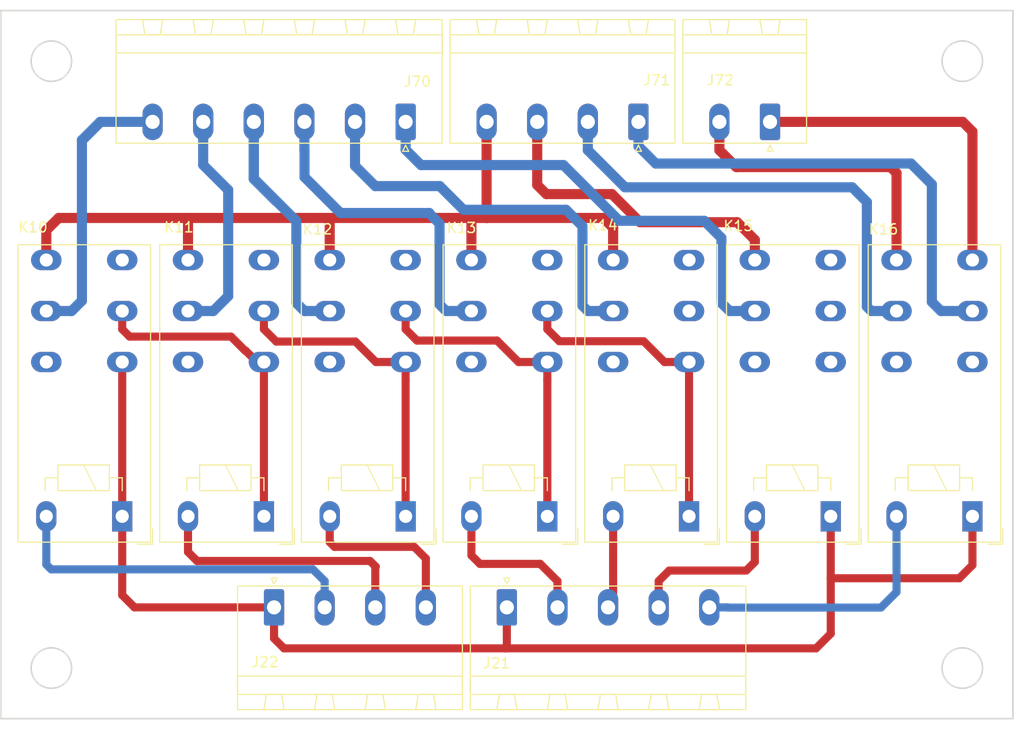
<source format=kicad_pcb>
(kicad_pcb (version 20171130) (host pcbnew "(5.1.5)-3")

  (general
    (thickness 1.6)
    (drawings 8)
    (tracks 181)
    (zones 0)
    (modules 12)
    (nets 42)
  )

  (page A4)
  (layers
    (0 F.Cu signal)
    (31 B.Cu signal)
    (32 B.Adhes user)
    (33 F.Adhes user)
    (34 B.Paste user)
    (35 F.Paste user)
    (36 B.SilkS user)
    (37 F.SilkS user)
    (38 B.Mask user)
    (39 F.Mask user)
    (40 Dwgs.User user)
    (41 Cmts.User user)
    (42 Eco1.User user)
    (43 Eco2.User user)
    (44 Edge.Cuts user)
    (45 Margin user)
    (46 B.CrtYd user)
    (47 F.CrtYd user)
    (48 B.Fab user)
    (49 F.Fab user)
  )

  (setup
    (last_trace_width 0.25)
    (trace_clearance 0.2)
    (zone_clearance 0.508)
    (zone_45_only no)
    (trace_min 0.2)
    (via_size 0.8)
    (via_drill 0.4)
    (via_min_size 0.4)
    (via_min_drill 0.3)
    (uvia_size 0.3)
    (uvia_drill 0.1)
    (uvias_allowed no)
    (uvia_min_size 0.2)
    (uvia_min_drill 0.1)
    (edge_width 0.1)
    (segment_width 0.2)
    (pcb_text_width 0.3)
    (pcb_text_size 1.5 1.5)
    (mod_edge_width 0.15)
    (mod_text_size 1 1)
    (mod_text_width 0.15)
    (pad_size 1.524 1.524)
    (pad_drill 0.762)
    (pad_to_mask_clearance 0)
    (aux_axis_origin 0 0)
    (visible_elements FFFFFF7F)
    (pcbplotparams
      (layerselection 0x010fc_ffffffff)
      (usegerberextensions false)
      (usegerberattributes false)
      (usegerberadvancedattributes false)
      (creategerberjobfile false)
      (excludeedgelayer true)
      (linewidth 0.100000)
      (plotframeref false)
      (viasonmask false)
      (mode 1)
      (useauxorigin false)
      (hpglpennumber 1)
      (hpglpenspeed 20)
      (hpglpendiameter 15.000000)
      (psnegative false)
      (psa4output false)
      (plotreference true)
      (plotvalue true)
      (plotinvisibletext false)
      (padsonsilk false)
      (subtractmaskfromsilk false)
      (outputformat 1)
      (mirror false)
      (drillshape 1)
      (scaleselection 1)
      (outputdirectory ""))
  )

  (net 0 "")
  (net 1 /C_CK6)
  (net 2 /C_CK5)
  (net 3 /C_CK4)
  (net 4 /C_CK3)
  (net 5 /+VRLY)
  (net 6 /C_CK0)
  (net 7 /C_CK1)
  (net 8 /C_CK2)
  (net 9 /AC_N)
  (net 10 /AC220V)
  (net 11 /AC110V)
  (net 12 /AC36V)
  (net 13 /AC24V)
  (net 14 /AC12V)
  (net 15 /N_FK)
  (net 16 /L_FK)
  (net 17 /N_OUT)
  (net 18 /L_OUT)
  (net 19 /N_ACT)
  (net 20 /L_ACT)
  (net 21 /K11CV)
  (net 22 "Net-(K10-Pad22)")
  (net 23 "Net-(K10-Pad14)")
  (net 24 "Net-(K11-Pad14)")
  (net 25 "Net-(K11-Pad22)")
  (net 26 /K12CV)
  (net 27 /K13CV)
  (net 28 "Net-(K12-Pad22)")
  (net 29 "Net-(K12-Pad14)")
  (net 30 "Net-(K13-Pad14)")
  (net 31 "Net-(K13-Pad22)")
  (net 32 /K14CV)
  (net 33 "Net-(K14-Pad11)")
  (net 34 "Net-(K14-Pad22)")
  (net 35 "Net-(K14-Pad14)")
  (net 36 "Net-(K15-Pad14)")
  (net 37 "Net-(K15-Pad12)")
  (net 38 "Net-(K15-Pad22)")
  (net 39 "Net-(K15-Pad11)")
  (net 40 "Net-(K16-Pad12)")
  (net 41 "Net-(K16-Pad22)")

  (net_class Default "This is the default net class."
    (clearance 0.2)
    (trace_width 0.25)
    (via_dia 0.8)
    (via_drill 0.4)
    (uvia_dia 0.3)
    (uvia_drill 0.1)
    (add_net /+VRLY)
    (add_net /AC110V)
    (add_net /AC12V)
    (add_net /AC220V)
    (add_net /AC24V)
    (add_net /AC36V)
    (add_net /AC_N)
    (add_net /C_CK0)
    (add_net /C_CK1)
    (add_net /C_CK2)
    (add_net /C_CK3)
    (add_net /C_CK4)
    (add_net /C_CK5)
    (add_net /C_CK6)
    (add_net /K11CV)
    (add_net /K12CV)
    (add_net /K13CV)
    (add_net /K14CV)
    (add_net /L_ACT)
    (add_net /L_FK)
    (add_net /L_OUT)
    (add_net /N_ACT)
    (add_net /N_FK)
    (add_net /N_OUT)
    (add_net "Net-(K10-Pad14)")
    (add_net "Net-(K10-Pad22)")
    (add_net "Net-(K11-Pad14)")
    (add_net "Net-(K11-Pad22)")
    (add_net "Net-(K12-Pad14)")
    (add_net "Net-(K12-Pad22)")
    (add_net "Net-(K13-Pad14)")
    (add_net "Net-(K13-Pad22)")
    (add_net "Net-(K14-Pad11)")
    (add_net "Net-(K14-Pad14)")
    (add_net "Net-(K14-Pad22)")
    (add_net "Net-(K15-Pad11)")
    (add_net "Net-(K15-Pad12)")
    (add_net "Net-(K15-Pad14)")
    (add_net "Net-(K15-Pad22)")
    (add_net "Net-(K16-Pad12)")
    (add_net "Net-(K16-Pad22)")
  )

  (module kicad_footprint_general:PhoenixContact_MSTBA_2,5_5-G_1x05_P5.00mm_Horizontal (layer F.Cu) (tedit 5B785046) (tstamp 5EC63DDD)
    (at 100 139)
    (descr "Generic Phoenix Contact connector footprint for: MSTBA_2,5/5-G; number of pins: 05; pin pitch: 5.00mm; Angled || order number: 1757501 12A || order number: 1923788 16A (HC)")
    (tags "phoenix_contact connector MSTBA_01x05_G_5.00mm")
    (path /626713F3)
    (fp_text reference J21 (at -1.01 5.52) (layer F.SilkS)
      (effects (font (size 1 1) (thickness 0.15)))
    )
    (fp_text value relay (at 10 11.2) (layer F.Fab)
      (effects (font (size 1 1) (thickness 0.15)))
    )
    (fp_text user %R (at 10 -1.3) (layer F.Fab)
      (effects (font (size 1 1) (thickness 0.15)))
    )
    (fp_line (start 0 -0.5) (end -0.95 -2) (layer F.Fab) (width 0.1))
    (fp_line (start 0.95 -2) (end 0 -0.5) (layer F.Fab) (width 0.1))
    (fp_line (start -0.3 -2.91) (end 0.3 -2.91) (layer F.SilkS) (width 0.12))
    (fp_line (start 0 -2.31) (end -0.3 -2.91) (layer F.SilkS) (width 0.12))
    (fp_line (start 0.3 -2.91) (end 0 -2.31) (layer F.SilkS) (width 0.12))
    (fp_line (start 24 -2.5) (end -4 -2.5) (layer F.CrtYd) (width 0.05))
    (fp_line (start 24 10.5) (end 24 -2.5) (layer F.CrtYd) (width 0.05))
    (fp_line (start -4 10.5) (end 24 10.5) (layer F.CrtYd) (width 0.05))
    (fp_line (start -4 -2.5) (end -4 10.5) (layer F.CrtYd) (width 0.05))
    (fp_line (start 19.25 8.61) (end 19 10.11) (layer F.SilkS) (width 0.12))
    (fp_line (start 20.75 8.61) (end 19.25 8.61) (layer F.SilkS) (width 0.12))
    (fp_line (start 21 10.11) (end 20.75 8.61) (layer F.SilkS) (width 0.12))
    (fp_line (start 19 10.11) (end 21 10.11) (layer F.SilkS) (width 0.12))
    (fp_line (start 14.25 8.61) (end 14 10.11) (layer F.SilkS) (width 0.12))
    (fp_line (start 15.75 8.61) (end 14.25 8.61) (layer F.SilkS) (width 0.12))
    (fp_line (start 16 10.11) (end 15.75 8.61) (layer F.SilkS) (width 0.12))
    (fp_line (start 14 10.11) (end 16 10.11) (layer F.SilkS) (width 0.12))
    (fp_line (start 9.25 8.61) (end 9 10.11) (layer F.SilkS) (width 0.12))
    (fp_line (start 10.75 8.61) (end 9.25 8.61) (layer F.SilkS) (width 0.12))
    (fp_line (start 11 10.11) (end 10.75 8.61) (layer F.SilkS) (width 0.12))
    (fp_line (start 9 10.11) (end 11 10.11) (layer F.SilkS) (width 0.12))
    (fp_line (start 4.25 8.61) (end 4 10.11) (layer F.SilkS) (width 0.12))
    (fp_line (start 5.75 8.61) (end 4.25 8.61) (layer F.SilkS) (width 0.12))
    (fp_line (start 6 10.11) (end 5.75 8.61) (layer F.SilkS) (width 0.12))
    (fp_line (start 4 10.11) (end 6 10.11) (layer F.SilkS) (width 0.12))
    (fp_line (start -0.75 8.61) (end -1 10.11) (layer F.SilkS) (width 0.12))
    (fp_line (start 0.75 8.61) (end -0.75 8.61) (layer F.SilkS) (width 0.12))
    (fp_line (start 1 10.11) (end 0.75 8.61) (layer F.SilkS) (width 0.12))
    (fp_line (start -1 10.11) (end 1 10.11) (layer F.SilkS) (width 0.12))
    (fp_line (start 23.61 8.61) (end -3.61 8.61) (layer F.SilkS) (width 0.12))
    (fp_line (start 23.61 6.81) (end 23.61 8.61) (layer F.SilkS) (width 0.12))
    (fp_line (start -3.61 6.81) (end 23.61 6.81) (layer F.SilkS) (width 0.12))
    (fp_line (start -3.61 8.61) (end -3.61 6.81) (layer F.SilkS) (width 0.12))
    (fp_line (start 23.5 -2) (end -3.5 -2) (layer F.Fab) (width 0.1))
    (fp_line (start 23.5 10) (end 23.5 -2) (layer F.Fab) (width 0.1))
    (fp_line (start -3.5 10) (end 23.5 10) (layer F.Fab) (width 0.1))
    (fp_line (start -3.5 -2) (end -3.5 10) (layer F.Fab) (width 0.1))
    (fp_line (start 23.61 -2.11) (end -3.61 -2.11) (layer F.SilkS) (width 0.12))
    (fp_line (start 23.61 10.11) (end 23.61 -2.11) (layer F.SilkS) (width 0.12))
    (fp_line (start -3.61 10.11) (end 23.61 10.11) (layer F.SilkS) (width 0.12))
    (fp_line (start -3.61 -2.11) (end -3.61 10.11) (layer F.SilkS) (width 0.12))
    (pad 5 thru_hole oval (at 20 0) (size 2 3.6) (drill 1.4) (layers *.Cu *.Mask)
      (net 1 /C_CK6))
    (pad 4 thru_hole oval (at 15 0) (size 2 3.6) (drill 1.4) (layers *.Cu *.Mask)
      (net 2 /C_CK5))
    (pad 3 thru_hole oval (at 10 0) (size 2 3.6) (drill 1.4) (layers *.Cu *.Mask)
      (net 3 /C_CK4))
    (pad 2 thru_hole oval (at 5 0) (size 2 3.6) (drill 1.4) (layers *.Cu *.Mask)
      (net 4 /C_CK3))
    (pad 1 thru_hole roundrect (at 0 0) (size 2 3.6) (drill 1.4) (layers *.Cu *.Mask) (roundrect_rratio 0.125)
      (net 5 /+VRLY))
    (model ${KISYS3DMOD}/Connector_Phoenix_MSTB.3dshapes/PhoenixContact_MSTBA_2,5_5-G_1x05_P5.00mm_Horizontal.wrl
      (at (xyz 0 0 0))
      (scale (xyz 1 1 1))
      (rotate (xyz 0 0 0))
    )
  )

  (module kicad_footprint_general:PhoenixContact_MSTBA_2,5_4-G_1x04_P5.00mm_Horizontal (layer F.Cu) (tedit 5B785046) (tstamp 5EC63E0B)
    (at 77 139)
    (descr "Generic Phoenix Contact connector footprint for: MSTBA_2,5/4-G; number of pins: 04; pin pitch: 5.00mm; Angled || order number: 1757491 12A || order number: 1923775 16A (HC)")
    (tags "phoenix_contact connector MSTBA_01x04_G_5.00mm")
    (path /62671403)
    (fp_text reference J22 (at -0.9 5.41) (layer F.SilkS)
      (effects (font (size 1 1) (thickness 0.15)))
    )
    (fp_text value relay (at 7.5 11.2) (layer F.Fab)
      (effects (font (size 1 1) (thickness 0.15)))
    )
    (fp_line (start -3.61 -2.11) (end -3.61 10.11) (layer F.SilkS) (width 0.12))
    (fp_line (start -3.61 10.11) (end 18.61 10.11) (layer F.SilkS) (width 0.12))
    (fp_line (start 18.61 10.11) (end 18.61 -2.11) (layer F.SilkS) (width 0.12))
    (fp_line (start 18.61 -2.11) (end -3.61 -2.11) (layer F.SilkS) (width 0.12))
    (fp_line (start -3.5 -2) (end -3.5 10) (layer F.Fab) (width 0.1))
    (fp_line (start -3.5 10) (end 18.5 10) (layer F.Fab) (width 0.1))
    (fp_line (start 18.5 10) (end 18.5 -2) (layer F.Fab) (width 0.1))
    (fp_line (start 18.5 -2) (end -3.5 -2) (layer F.Fab) (width 0.1))
    (fp_line (start -3.61 8.61) (end -3.61 6.81) (layer F.SilkS) (width 0.12))
    (fp_line (start -3.61 6.81) (end 18.61 6.81) (layer F.SilkS) (width 0.12))
    (fp_line (start 18.61 6.81) (end 18.61 8.61) (layer F.SilkS) (width 0.12))
    (fp_line (start 18.61 8.61) (end -3.61 8.61) (layer F.SilkS) (width 0.12))
    (fp_line (start -1 10.11) (end 1 10.11) (layer F.SilkS) (width 0.12))
    (fp_line (start 1 10.11) (end 0.75 8.61) (layer F.SilkS) (width 0.12))
    (fp_line (start 0.75 8.61) (end -0.75 8.61) (layer F.SilkS) (width 0.12))
    (fp_line (start -0.75 8.61) (end -1 10.11) (layer F.SilkS) (width 0.12))
    (fp_line (start 4 10.11) (end 6 10.11) (layer F.SilkS) (width 0.12))
    (fp_line (start 6 10.11) (end 5.75 8.61) (layer F.SilkS) (width 0.12))
    (fp_line (start 5.75 8.61) (end 4.25 8.61) (layer F.SilkS) (width 0.12))
    (fp_line (start 4.25 8.61) (end 4 10.11) (layer F.SilkS) (width 0.12))
    (fp_line (start 9 10.11) (end 11 10.11) (layer F.SilkS) (width 0.12))
    (fp_line (start 11 10.11) (end 10.75 8.61) (layer F.SilkS) (width 0.12))
    (fp_line (start 10.75 8.61) (end 9.25 8.61) (layer F.SilkS) (width 0.12))
    (fp_line (start 9.25 8.61) (end 9 10.11) (layer F.SilkS) (width 0.12))
    (fp_line (start 14 10.11) (end 16 10.11) (layer F.SilkS) (width 0.12))
    (fp_line (start 16 10.11) (end 15.75 8.61) (layer F.SilkS) (width 0.12))
    (fp_line (start 15.75 8.61) (end 14.25 8.61) (layer F.SilkS) (width 0.12))
    (fp_line (start 14.25 8.61) (end 14 10.11) (layer F.SilkS) (width 0.12))
    (fp_line (start -4 -2.5) (end -4 10.5) (layer F.CrtYd) (width 0.05))
    (fp_line (start -4 10.5) (end 19 10.5) (layer F.CrtYd) (width 0.05))
    (fp_line (start 19 10.5) (end 19 -2.5) (layer F.CrtYd) (width 0.05))
    (fp_line (start 19 -2.5) (end -4 -2.5) (layer F.CrtYd) (width 0.05))
    (fp_line (start 0.3 -2.91) (end 0 -2.31) (layer F.SilkS) (width 0.12))
    (fp_line (start 0 -2.31) (end -0.3 -2.91) (layer F.SilkS) (width 0.12))
    (fp_line (start -0.3 -2.91) (end 0.3 -2.91) (layer F.SilkS) (width 0.12))
    (fp_line (start 0.95 -2) (end 0 -0.5) (layer F.Fab) (width 0.1))
    (fp_line (start 0 -0.5) (end -0.95 -2) (layer F.Fab) (width 0.1))
    (fp_text user %R (at 7.5 -1.3) (layer F.Fab)
      (effects (font (size 1 1) (thickness 0.15)))
    )
    (pad 1 thru_hole roundrect (at 0 0) (size 2 3.6) (drill 1.4) (layers *.Cu *.Mask) (roundrect_rratio 0.125)
      (net 5 /+VRLY))
    (pad 2 thru_hole oval (at 5 0) (size 2 3.6) (drill 1.4) (layers *.Cu *.Mask)
      (net 6 /C_CK0))
    (pad 3 thru_hole oval (at 10 0) (size 2 3.6) (drill 1.4) (layers *.Cu *.Mask)
      (net 7 /C_CK1))
    (pad 4 thru_hole oval (at 15 0) (size 2 3.6) (drill 1.4) (layers *.Cu *.Mask)
      (net 8 /C_CK2))
    (model ${KISYS3DMOD}/Connector_Phoenix_MSTB.3dshapes/PhoenixContact_MSTBA_2,5_4-G_1x04_P5.00mm_Horizontal.wrl
      (at (xyz 0 0 0))
      (scale (xyz 1 1 1))
      (rotate (xyz 0 0 0))
    )
  )

  (module kicad_footprint_general:PhoenixContact_MSTBA_2,5_6-G_1x06_P5.00mm_Horizontal (layer F.Cu) (tedit 5B785046) (tstamp 5EC63E43)
    (at 90 91 180)
    (descr "Generic Phoenix Contact connector footprint for: MSTBA_2,5/6-G; number of pins: 06; pin pitch: 5.00mm; Angled || order number: 1757514 12A || order number: 1923791 16A (HC)")
    (tags "phoenix_contact connector MSTBA_01x06_G_5.00mm")
    (path /5FB11F45)
    (fp_text reference J70 (at -1.16 3.98) (layer F.SilkS)
      (effects (font (size 1 1) (thickness 0.15)))
    )
    (fp_text value transformer (at 12.5 11.2) (layer F.Fab)
      (effects (font (size 1 1) (thickness 0.15)))
    )
    (fp_text user %R (at 12.5 -1.3) (layer F.Fab)
      (effects (font (size 1 1) (thickness 0.15)))
    )
    (fp_line (start 0 -0.5) (end -0.95 -2) (layer F.Fab) (width 0.1))
    (fp_line (start 0.95 -2) (end 0 -0.5) (layer F.Fab) (width 0.1))
    (fp_line (start -0.3 -2.91) (end 0.3 -2.91) (layer F.SilkS) (width 0.12))
    (fp_line (start 0 -2.31) (end -0.3 -2.91) (layer F.SilkS) (width 0.12))
    (fp_line (start 0.3 -2.91) (end 0 -2.31) (layer F.SilkS) (width 0.12))
    (fp_line (start 29 -2.5) (end -4 -2.5) (layer F.CrtYd) (width 0.05))
    (fp_line (start 29 10.5) (end 29 -2.5) (layer F.CrtYd) (width 0.05))
    (fp_line (start -4 10.5) (end 29 10.5) (layer F.CrtYd) (width 0.05))
    (fp_line (start -4 -2.5) (end -4 10.5) (layer F.CrtYd) (width 0.05))
    (fp_line (start 24.25 8.61) (end 24 10.11) (layer F.SilkS) (width 0.12))
    (fp_line (start 25.75 8.61) (end 24.25 8.61) (layer F.SilkS) (width 0.12))
    (fp_line (start 26 10.11) (end 25.75 8.61) (layer F.SilkS) (width 0.12))
    (fp_line (start 24 10.11) (end 26 10.11) (layer F.SilkS) (width 0.12))
    (fp_line (start 19.25 8.61) (end 19 10.11) (layer F.SilkS) (width 0.12))
    (fp_line (start 20.75 8.61) (end 19.25 8.61) (layer F.SilkS) (width 0.12))
    (fp_line (start 21 10.11) (end 20.75 8.61) (layer F.SilkS) (width 0.12))
    (fp_line (start 19 10.11) (end 21 10.11) (layer F.SilkS) (width 0.12))
    (fp_line (start 14.25 8.61) (end 14 10.11) (layer F.SilkS) (width 0.12))
    (fp_line (start 15.75 8.61) (end 14.25 8.61) (layer F.SilkS) (width 0.12))
    (fp_line (start 16 10.11) (end 15.75 8.61) (layer F.SilkS) (width 0.12))
    (fp_line (start 14 10.11) (end 16 10.11) (layer F.SilkS) (width 0.12))
    (fp_line (start 9.25 8.61) (end 9 10.11) (layer F.SilkS) (width 0.12))
    (fp_line (start 10.75 8.61) (end 9.25 8.61) (layer F.SilkS) (width 0.12))
    (fp_line (start 11 10.11) (end 10.75 8.61) (layer F.SilkS) (width 0.12))
    (fp_line (start 9 10.11) (end 11 10.11) (layer F.SilkS) (width 0.12))
    (fp_line (start 4.25 8.61) (end 4 10.11) (layer F.SilkS) (width 0.12))
    (fp_line (start 5.75 8.61) (end 4.25 8.61) (layer F.SilkS) (width 0.12))
    (fp_line (start 6 10.11) (end 5.75 8.61) (layer F.SilkS) (width 0.12))
    (fp_line (start 4 10.11) (end 6 10.11) (layer F.SilkS) (width 0.12))
    (fp_line (start -0.75 8.61) (end -1 10.11) (layer F.SilkS) (width 0.12))
    (fp_line (start 0.75 8.61) (end -0.75 8.61) (layer F.SilkS) (width 0.12))
    (fp_line (start 1 10.11) (end 0.75 8.61) (layer F.SilkS) (width 0.12))
    (fp_line (start -1 10.11) (end 1 10.11) (layer F.SilkS) (width 0.12))
    (fp_line (start 28.61 8.61) (end -3.61 8.61) (layer F.SilkS) (width 0.12))
    (fp_line (start 28.61 6.81) (end 28.61 8.61) (layer F.SilkS) (width 0.12))
    (fp_line (start -3.61 6.81) (end 28.61 6.81) (layer F.SilkS) (width 0.12))
    (fp_line (start -3.61 8.61) (end -3.61 6.81) (layer F.SilkS) (width 0.12))
    (fp_line (start 28.5 -2) (end -3.5 -2) (layer F.Fab) (width 0.1))
    (fp_line (start 28.5 10) (end 28.5 -2) (layer F.Fab) (width 0.1))
    (fp_line (start -3.5 10) (end 28.5 10) (layer F.Fab) (width 0.1))
    (fp_line (start -3.5 -2) (end -3.5 10) (layer F.Fab) (width 0.1))
    (fp_line (start 28.61 -2.11) (end -3.61 -2.11) (layer F.SilkS) (width 0.12))
    (fp_line (start 28.61 10.11) (end 28.61 -2.11) (layer F.SilkS) (width 0.12))
    (fp_line (start -3.61 10.11) (end 28.61 10.11) (layer F.SilkS) (width 0.12))
    (fp_line (start -3.61 -2.11) (end -3.61 10.11) (layer F.SilkS) (width 0.12))
    (pad 6 thru_hole oval (at 25 0 180) (size 2 3.6) (drill 1.4) (layers *.Cu *.Mask)
      (net 14 /AC12V))
    (pad 5 thru_hole oval (at 20 0 180) (size 2 3.6) (drill 1.4) (layers *.Cu *.Mask)
      (net 13 /AC24V))
    (pad 4 thru_hole oval (at 15 0 180) (size 2 3.6) (drill 1.4) (layers *.Cu *.Mask)
      (net 12 /AC36V))
    (pad 3 thru_hole oval (at 10 0 180) (size 2 3.6) (drill 1.4) (layers *.Cu *.Mask)
      (net 11 /AC110V))
    (pad 2 thru_hole oval (at 5 0 180) (size 2 3.6) (drill 1.4) (layers *.Cu *.Mask)
      (net 10 /AC220V))
    (pad 1 thru_hole roundrect (at 0 0 180) (size 2 3.6) (drill 1.4) (layers *.Cu *.Mask) (roundrect_rratio 0.125)
      (net 9 /AC_N))
    (model ${KISYS3DMOD}/Connector_Phoenix_MSTB.3dshapes/PhoenixContact_MSTBA_2,5_6-G_1x06_P5.00mm_Horizontal.wrl
      (at (xyz 0 0 0))
      (scale (xyz 1 1 1))
      (rotate (xyz 0 0 0))
    )
  )

  (module kicad_footprint_general:PhoenixContact_MSTBA_2,5_4-G_1x04_P5.00mm_Horizontal (layer F.Cu) (tedit 5B785046) (tstamp 5EC63E71)
    (at 113 91 180)
    (descr "Generic Phoenix Contact connector footprint for: MSTBA_2,5/4-G; number of pins: 04; pin pitch: 5.00mm; Angled || order number: 1757491 12A || order number: 1923775 16A (HC)")
    (tags "phoenix_contact connector MSTBA_01x04_G_5.00mm")
    (path /5EEE586E)
    (fp_text reference J71 (at -1.81 4.12) (layer F.SilkS)
      (effects (font (size 1 1) (thickness 0.15)))
    )
    (fp_text value PM9808_L (at 7.5 11.2) (layer F.Fab)
      (effects (font (size 1 1) (thickness 0.15)))
    )
    (fp_text user %R (at 7.5 -1.3) (layer F.Fab)
      (effects (font (size 1 1) (thickness 0.15)))
    )
    (fp_line (start 0 -0.5) (end -0.95 -2) (layer F.Fab) (width 0.1))
    (fp_line (start 0.95 -2) (end 0 -0.5) (layer F.Fab) (width 0.1))
    (fp_line (start -0.3 -2.91) (end 0.3 -2.91) (layer F.SilkS) (width 0.12))
    (fp_line (start 0 -2.31) (end -0.3 -2.91) (layer F.SilkS) (width 0.12))
    (fp_line (start 0.3 -2.91) (end 0 -2.31) (layer F.SilkS) (width 0.12))
    (fp_line (start 19 -2.5) (end -4 -2.5) (layer F.CrtYd) (width 0.05))
    (fp_line (start 19 10.5) (end 19 -2.5) (layer F.CrtYd) (width 0.05))
    (fp_line (start -4 10.5) (end 19 10.5) (layer F.CrtYd) (width 0.05))
    (fp_line (start -4 -2.5) (end -4 10.5) (layer F.CrtYd) (width 0.05))
    (fp_line (start 14.25 8.61) (end 14 10.11) (layer F.SilkS) (width 0.12))
    (fp_line (start 15.75 8.61) (end 14.25 8.61) (layer F.SilkS) (width 0.12))
    (fp_line (start 16 10.11) (end 15.75 8.61) (layer F.SilkS) (width 0.12))
    (fp_line (start 14 10.11) (end 16 10.11) (layer F.SilkS) (width 0.12))
    (fp_line (start 9.25 8.61) (end 9 10.11) (layer F.SilkS) (width 0.12))
    (fp_line (start 10.75 8.61) (end 9.25 8.61) (layer F.SilkS) (width 0.12))
    (fp_line (start 11 10.11) (end 10.75 8.61) (layer F.SilkS) (width 0.12))
    (fp_line (start 9 10.11) (end 11 10.11) (layer F.SilkS) (width 0.12))
    (fp_line (start 4.25 8.61) (end 4 10.11) (layer F.SilkS) (width 0.12))
    (fp_line (start 5.75 8.61) (end 4.25 8.61) (layer F.SilkS) (width 0.12))
    (fp_line (start 6 10.11) (end 5.75 8.61) (layer F.SilkS) (width 0.12))
    (fp_line (start 4 10.11) (end 6 10.11) (layer F.SilkS) (width 0.12))
    (fp_line (start -0.75 8.61) (end -1 10.11) (layer F.SilkS) (width 0.12))
    (fp_line (start 0.75 8.61) (end -0.75 8.61) (layer F.SilkS) (width 0.12))
    (fp_line (start 1 10.11) (end 0.75 8.61) (layer F.SilkS) (width 0.12))
    (fp_line (start -1 10.11) (end 1 10.11) (layer F.SilkS) (width 0.12))
    (fp_line (start 18.61 8.61) (end -3.61 8.61) (layer F.SilkS) (width 0.12))
    (fp_line (start 18.61 6.81) (end 18.61 8.61) (layer F.SilkS) (width 0.12))
    (fp_line (start -3.61 6.81) (end 18.61 6.81) (layer F.SilkS) (width 0.12))
    (fp_line (start -3.61 8.61) (end -3.61 6.81) (layer F.SilkS) (width 0.12))
    (fp_line (start 18.5 -2) (end -3.5 -2) (layer F.Fab) (width 0.1))
    (fp_line (start 18.5 10) (end 18.5 -2) (layer F.Fab) (width 0.1))
    (fp_line (start -3.5 10) (end 18.5 10) (layer F.Fab) (width 0.1))
    (fp_line (start -3.5 -2) (end -3.5 10) (layer F.Fab) (width 0.1))
    (fp_line (start 18.61 -2.11) (end -3.61 -2.11) (layer F.SilkS) (width 0.12))
    (fp_line (start 18.61 10.11) (end 18.61 -2.11) (layer F.SilkS) (width 0.12))
    (fp_line (start -3.61 10.11) (end 18.61 10.11) (layer F.SilkS) (width 0.12))
    (fp_line (start -3.61 -2.11) (end -3.61 10.11) (layer F.SilkS) (width 0.12))
    (pad 4 thru_hole oval (at 15 0 180) (size 2 3.6) (drill 1.4) (layers *.Cu *.Mask)
      (net 18 /L_OUT))
    (pad 3 thru_hole oval (at 10 0 180) (size 2 3.6) (drill 1.4) (layers *.Cu *.Mask)
      (net 17 /N_OUT))
    (pad 2 thru_hole oval (at 5 0 180) (size 2 3.6) (drill 1.4) (layers *.Cu *.Mask)
      (net 16 /L_FK))
    (pad 1 thru_hole roundrect (at 0 0 180) (size 2 3.6) (drill 1.4) (layers *.Cu *.Mask) (roundrect_rratio 0.125)
      (net 15 /N_FK))
    (model ${KISYS3DMOD}/Connector_Phoenix_MSTB.3dshapes/PhoenixContact_MSTBA_2,5_4-G_1x04_P5.00mm_Horizontal.wrl
      (at (xyz 0 0 0))
      (scale (xyz 1 1 1))
      (rotate (xyz 0 0 0))
    )
  )

  (module kicad_footprint_general:PhoenixContact_MSTBA_2,5_2-G_1x02_P5.00mm_Horizontal (layer F.Cu) (tedit 5B785046) (tstamp 5EC63E95)
    (at 126 91 180)
    (descr "Generic Phoenix Contact connector footprint for: MSTBA_2,5/2-G; number of pins: 02; pin pitch: 5.00mm; Angled || order number: 1757475 12A || order number: 1923759 16A (HC)")
    (tags "phoenix_contact connector MSTBA_01x02_G_5.00mm")
    (path /5EF2C114)
    (fp_text reference J72 (at 4.93 4.12) (layer F.SilkS)
      (effects (font (size 1 1) (thickness 0.15)))
    )
    (fp_text value actuator (at 2.5 11.2) (layer F.Fab)
      (effects (font (size 1 1) (thickness 0.15)))
    )
    (fp_text user %R (at 2.5 -1.3) (layer F.Fab)
      (effects (font (size 1 1) (thickness 0.15)))
    )
    (fp_line (start 0 -0.5) (end -0.95 -2) (layer F.Fab) (width 0.1))
    (fp_line (start 0.95 -2) (end 0 -0.5) (layer F.Fab) (width 0.1))
    (fp_line (start -0.3 -2.91) (end 0.3 -2.91) (layer F.SilkS) (width 0.12))
    (fp_line (start 0 -2.31) (end -0.3 -2.91) (layer F.SilkS) (width 0.12))
    (fp_line (start 0.3 -2.91) (end 0 -2.31) (layer F.SilkS) (width 0.12))
    (fp_line (start 9 -2.5) (end -4 -2.5) (layer F.CrtYd) (width 0.05))
    (fp_line (start 9 10.5) (end 9 -2.5) (layer F.CrtYd) (width 0.05))
    (fp_line (start -4 10.5) (end 9 10.5) (layer F.CrtYd) (width 0.05))
    (fp_line (start -4 -2.5) (end -4 10.5) (layer F.CrtYd) (width 0.05))
    (fp_line (start 4.25 8.61) (end 4 10.11) (layer F.SilkS) (width 0.12))
    (fp_line (start 5.75 8.61) (end 4.25 8.61) (layer F.SilkS) (width 0.12))
    (fp_line (start 6 10.11) (end 5.75 8.61) (layer F.SilkS) (width 0.12))
    (fp_line (start 4 10.11) (end 6 10.11) (layer F.SilkS) (width 0.12))
    (fp_line (start -0.75 8.61) (end -1 10.11) (layer F.SilkS) (width 0.12))
    (fp_line (start 0.75 8.61) (end -0.75 8.61) (layer F.SilkS) (width 0.12))
    (fp_line (start 1 10.11) (end 0.75 8.61) (layer F.SilkS) (width 0.12))
    (fp_line (start -1 10.11) (end 1 10.11) (layer F.SilkS) (width 0.12))
    (fp_line (start 8.61 8.61) (end -3.61 8.61) (layer F.SilkS) (width 0.12))
    (fp_line (start 8.61 6.81) (end 8.61 8.61) (layer F.SilkS) (width 0.12))
    (fp_line (start -3.61 6.81) (end 8.61 6.81) (layer F.SilkS) (width 0.12))
    (fp_line (start -3.61 8.61) (end -3.61 6.81) (layer F.SilkS) (width 0.12))
    (fp_line (start 8.5 -2) (end -3.5 -2) (layer F.Fab) (width 0.1))
    (fp_line (start 8.5 10) (end 8.5 -2) (layer F.Fab) (width 0.1))
    (fp_line (start -3.5 10) (end 8.5 10) (layer F.Fab) (width 0.1))
    (fp_line (start -3.5 -2) (end -3.5 10) (layer F.Fab) (width 0.1))
    (fp_line (start 8.61 -2.11) (end -3.61 -2.11) (layer F.SilkS) (width 0.12))
    (fp_line (start 8.61 10.11) (end 8.61 -2.11) (layer F.SilkS) (width 0.12))
    (fp_line (start -3.61 10.11) (end 8.61 10.11) (layer F.SilkS) (width 0.12))
    (fp_line (start -3.61 -2.11) (end -3.61 10.11) (layer F.SilkS) (width 0.12))
    (pad 2 thru_hole oval (at 5 0 180) (size 2 3.6) (drill 1.4) (layers *.Cu *.Mask)
      (net 20 /L_ACT))
    (pad 1 thru_hole roundrect (at 0 0 180) (size 2 3.6) (drill 1.4) (layers *.Cu *.Mask) (roundrect_rratio 0.125)
      (net 19 /N_ACT))
    (model ${KISYS3DMOD}/Connector_Phoenix_MSTB.3dshapes/PhoenixContact_MSTBA_2,5_2-G_1x02_P5.00mm_Horizontal.wrl
      (at (xyz 0 0 0))
      (scale (xyz 1 1 1))
      (rotate (xyz 0 0 0))
    )
  )

  (module kicad_footprint_general:Relay_DPDT_Schrack-RT2-FormC_RM5mm (layer F.Cu) (tedit 5EC2475C) (tstamp 5EC63EBC)
    (at 62 130 90)
    (descr "Relay DPDT Schrack-RT2 RM5mm 16A 250V AC Form C http://www.te.com/commerce/DocumentDelivery/DDEController?Action=srchrtrv&DocNm=RT2_reflow&DocType=DS&DocLang=EN")
    (tags "Relay DPDT Schrack-RT2 RM5mm 16A 250V AC Relay")
    (path /5F3B5F45)
    (fp_text reference K10 (at 28.58 -8.82 180) (layer F.SilkS)
      (effects (font (size 1 1) (thickness 0.15)))
    )
    (fp_text value HF115-005-2ZS4 (at 12.192 4.25 90) (layer F.Fab)
      (effects (font (size 1 1) (thickness 0.15)))
    )
    (fp_line (start -2.75 3) (end -1.25 3) (layer F.SilkS) (width 0.12))
    (fp_line (start -2.75 1.5) (end -2.75 3) (layer F.SilkS) (width 0.12))
    (fp_line (start -2.35 1.6) (end -1.35 2.6) (layer F.Fab) (width 0.1))
    (fp_line (start 26.65 2.6) (end 26.65 -10.1) (layer F.Fab) (width 0.1))
    (fp_line (start 26.65 -10.1) (end -2.35 -10.1) (layer F.Fab) (width 0.1))
    (fp_line (start -2.35 -10.1) (end -2.35 1.6) (layer F.Fab) (width 0.1))
    (fp_text user %R (at 12.065 -3.81 270) (layer F.Fab)
      (effects (font (size 1 1) (thickness 0.15)))
    )
    (fp_line (start 27.1 3.05) (end 27.1 -10.55) (layer F.CrtYd) (width 0.05))
    (fp_line (start -2.8 3.05) (end 27.1 3.05) (layer F.CrtYd) (width 0.05))
    (fp_line (start -2.8 -10.55) (end -2.8 3.05) (layer F.CrtYd) (width 0.05))
    (fp_line (start 27.1 -10.55) (end -2.8 -10.55) (layer F.CrtYd) (width 0.05))
    (fp_line (start 3.81 -6.35) (end 3.81 -7.62) (layer F.SilkS) (width 0.12))
    (fp_line (start 3.81 -7.62) (end 2.54 -7.62) (layer F.SilkS) (width 0.12))
    (fp_line (start 2.54 0) (end 3.81 0) (layer F.SilkS) (width 0.12))
    (fp_line (start 3.81 0) (end 3.81 -1.27) (layer F.SilkS) (width 0.12))
    (fp_line (start 3.81 -1.27) (end 5.08 -1.27) (layer F.SilkS) (width 0.12))
    (fp_line (start 5.08 -1.27) (end 5.08 -6.35) (layer F.SilkS) (width 0.12))
    (fp_line (start 5.08 -6.35) (end 2.54 -6.35) (layer F.SilkS) (width 0.12))
    (fp_line (start 2.54 -6.35) (end 2.54 -1.27) (layer F.SilkS) (width 0.12))
    (fp_line (start 2.54 -1.27) (end 3.81 -1.27) (layer F.SilkS) (width 0.12))
    (fp_line (start 0 -1.27) (end 0 -6.35) (layer F.Fab) (width 0.12))
    (fp_line (start -2.55 -10.3) (end -2.55 2.8) (layer F.SilkS) (width 0.12))
    (fp_line (start 26.85 -10.3) (end -2.55 -10.3) (layer F.SilkS) (width 0.12))
    (fp_line (start 26.85 2.8) (end 26.85 -10.3) (layer F.SilkS) (width 0.12))
    (fp_line (start -2.55 2.8) (end 26.85 2.8) (layer F.SilkS) (width 0.12))
    (fp_line (start -1.35 2.6) (end 26.65 2.6) (layer F.Fab) (width 0.1))
    (fp_line (start 2.54 -2.54) (end 5.08 -3.81) (layer F.SilkS) (width 0.1))
    (pad A1 thru_hole rect (at 0 0 270) (size 3 2) (drill 1.3) (layers *.Cu *.Mask)
      (net 5 /+VRLY))
    (pad A2 thru_hole oval (at 0 -7.5 270) (size 3 2) (drill 1.3) (layers *.Cu *.Mask)
      (net 6 /C_CK0))
    (pad 11 thru_hole oval (at 20.3 0 270) (size 2 3) (drill 1.3) (layers *.Cu *.Mask)
      (net 21 /K11CV))
    (pad 24 thru_hole oval (at 25.34 -7.5 270) (size 2 3) (drill 1.3) (layers *.Cu *.Mask)
      (net 18 /L_OUT))
    (pad 22 thru_hole oval (at 15.26 -7.5 270) (size 2 3) (drill 1.3) (layers *.Cu *.Mask)
      (net 22 "Net-(K10-Pad22)"))
    (pad 12 thru_hole oval (at 15.26 0 270) (size 2 3) (drill 1.3) (layers *.Cu *.Mask)
      (net 5 /+VRLY))
    (pad 21 thru_hole oval (at 20.3 -7.5 270) (size 2 3) (drill 1.3) (layers *.Cu *.Mask)
      (net 14 /AC12V))
    (pad 14 thru_hole oval (at 25.34 0 270) (size 2 3) (drill 1.3) (layers *.Cu *.Mask)
      (net 23 "Net-(K10-Pad14)"))
    (model ${KISYS3DMOD}/Relay_THT.3dshapes/Relay_DPDT_Schrack-RT2-FormC_RM5mm.wrl
      (at (xyz 0 0 0))
      (scale (xyz 1 1 1))
      (rotate (xyz 0 0 0))
    )
  )

  (module kicad_footprint_general:Relay_DPDT_Schrack-RT2-FormC_RM5mm (layer F.Cu) (tedit 5EC2475C) (tstamp 5EC63EE3)
    (at 76 130 90)
    (descr "Relay DPDT Schrack-RT2 RM5mm 16A 250V AC Form C http://www.te.com/commerce/DocumentDelivery/DDEController?Action=srchrtrv&DocNm=RT2_reflow&DocType=DS&DocLang=EN")
    (tags "Relay DPDT Schrack-RT2 RM5mm 16A 250V AC Relay")
    (path /5EC4316B)
    (fp_text reference K11 (at 28.58 -8.4 180) (layer F.SilkS)
      (effects (font (size 1 1) (thickness 0.15)))
    )
    (fp_text value HF115-005-2ZS4 (at 12.192 4.25 90) (layer F.Fab)
      (effects (font (size 1 1) (thickness 0.15)))
    )
    (fp_line (start 2.54 -2.54) (end 5.08 -3.81) (layer F.SilkS) (width 0.1))
    (fp_line (start -1.35 2.6) (end 26.65 2.6) (layer F.Fab) (width 0.1))
    (fp_line (start -2.55 2.8) (end 26.85 2.8) (layer F.SilkS) (width 0.12))
    (fp_line (start 26.85 2.8) (end 26.85 -10.3) (layer F.SilkS) (width 0.12))
    (fp_line (start 26.85 -10.3) (end -2.55 -10.3) (layer F.SilkS) (width 0.12))
    (fp_line (start -2.55 -10.3) (end -2.55 2.8) (layer F.SilkS) (width 0.12))
    (fp_line (start 0 -1.27) (end 0 -6.35) (layer F.Fab) (width 0.12))
    (fp_line (start 2.54 -1.27) (end 3.81 -1.27) (layer F.SilkS) (width 0.12))
    (fp_line (start 2.54 -6.35) (end 2.54 -1.27) (layer F.SilkS) (width 0.12))
    (fp_line (start 5.08 -6.35) (end 2.54 -6.35) (layer F.SilkS) (width 0.12))
    (fp_line (start 5.08 -1.27) (end 5.08 -6.35) (layer F.SilkS) (width 0.12))
    (fp_line (start 3.81 -1.27) (end 5.08 -1.27) (layer F.SilkS) (width 0.12))
    (fp_line (start 3.81 0) (end 3.81 -1.27) (layer F.SilkS) (width 0.12))
    (fp_line (start 2.54 0) (end 3.81 0) (layer F.SilkS) (width 0.12))
    (fp_line (start 3.81 -7.62) (end 2.54 -7.62) (layer F.SilkS) (width 0.12))
    (fp_line (start 3.81 -6.35) (end 3.81 -7.62) (layer F.SilkS) (width 0.12))
    (fp_line (start 27.1 -10.55) (end -2.8 -10.55) (layer F.CrtYd) (width 0.05))
    (fp_line (start -2.8 -10.55) (end -2.8 3.05) (layer F.CrtYd) (width 0.05))
    (fp_line (start -2.8 3.05) (end 27.1 3.05) (layer F.CrtYd) (width 0.05))
    (fp_line (start 27.1 3.05) (end 27.1 -10.55) (layer F.CrtYd) (width 0.05))
    (fp_text user %R (at 12.065 -3.81 270) (layer F.Fab)
      (effects (font (size 1 1) (thickness 0.15)))
    )
    (fp_line (start -2.35 -10.1) (end -2.35 1.6) (layer F.Fab) (width 0.1))
    (fp_line (start 26.65 -10.1) (end -2.35 -10.1) (layer F.Fab) (width 0.1))
    (fp_line (start 26.65 2.6) (end 26.65 -10.1) (layer F.Fab) (width 0.1))
    (fp_line (start -2.35 1.6) (end -1.35 2.6) (layer F.Fab) (width 0.1))
    (fp_line (start -2.75 1.5) (end -2.75 3) (layer F.SilkS) (width 0.12))
    (fp_line (start -2.75 3) (end -1.25 3) (layer F.SilkS) (width 0.12))
    (pad 14 thru_hole oval (at 25.34 0 270) (size 2 3) (drill 1.3) (layers *.Cu *.Mask)
      (net 24 "Net-(K11-Pad14)"))
    (pad 21 thru_hole oval (at 20.3 -7.5 270) (size 2 3) (drill 1.3) (layers *.Cu *.Mask)
      (net 13 /AC24V))
    (pad 12 thru_hole oval (at 15.26 0 270) (size 2 3) (drill 1.3) (layers *.Cu *.Mask)
      (net 21 /K11CV))
    (pad 22 thru_hole oval (at 15.26 -7.5 270) (size 2 3) (drill 1.3) (layers *.Cu *.Mask)
      (net 25 "Net-(K11-Pad22)"))
    (pad 24 thru_hole oval (at 25.34 -7.5 270) (size 2 3) (drill 1.3) (layers *.Cu *.Mask)
      (net 18 /L_OUT))
    (pad 11 thru_hole oval (at 20.3 0 270) (size 2 3) (drill 1.3) (layers *.Cu *.Mask)
      (net 26 /K12CV))
    (pad A2 thru_hole oval (at 0 -7.5 270) (size 3 2) (drill 1.3) (layers *.Cu *.Mask)
      (net 7 /C_CK1))
    (pad A1 thru_hole rect (at 0 0 270) (size 3 2) (drill 1.3) (layers *.Cu *.Mask)
      (net 21 /K11CV))
    (model ${KISYS3DMOD}/Relay_THT.3dshapes/Relay_DPDT_Schrack-RT2-FormC_RM5mm.wrl
      (at (xyz 0 0 0))
      (scale (xyz 1 1 1))
      (rotate (xyz 0 0 0))
    )
  )

  (module kicad_footprint_general:Relay_DPDT_Schrack-RT2-FormC_RM5mm (layer F.Cu) (tedit 5EC2475C) (tstamp 5EC63F0A)
    (at 90 130 90)
    (descr "Relay DPDT Schrack-RT2 RM5mm 16A 250V AC Form C http://www.te.com/commerce/DocumentDelivery/DDEController?Action=srchrtrv&DocNm=RT2_reflow&DocType=DS&DocLang=EN")
    (tags "Relay DPDT Schrack-RT2 RM5mm 16A 250V AC Relay")
    (path /5EC442C8)
    (fp_text reference K12 (at 28.38 -8.7 180) (layer F.SilkS)
      (effects (font (size 1 1) (thickness 0.15)))
    )
    (fp_text value HF115-005-2ZS4 (at 12.192 4.25 90) (layer F.Fab)
      (effects (font (size 1 1) (thickness 0.15)))
    )
    (fp_line (start -2.75 3) (end -1.25 3) (layer F.SilkS) (width 0.12))
    (fp_line (start -2.75 1.5) (end -2.75 3) (layer F.SilkS) (width 0.12))
    (fp_line (start -2.35 1.6) (end -1.35 2.6) (layer F.Fab) (width 0.1))
    (fp_line (start 26.65 2.6) (end 26.65 -10.1) (layer F.Fab) (width 0.1))
    (fp_line (start 26.65 -10.1) (end -2.35 -10.1) (layer F.Fab) (width 0.1))
    (fp_line (start -2.35 -10.1) (end -2.35 1.6) (layer F.Fab) (width 0.1))
    (fp_text user %R (at 12.065 -3.81 270) (layer F.Fab)
      (effects (font (size 1 1) (thickness 0.15)))
    )
    (fp_line (start 27.1 3.05) (end 27.1 -10.55) (layer F.CrtYd) (width 0.05))
    (fp_line (start -2.8 3.05) (end 27.1 3.05) (layer F.CrtYd) (width 0.05))
    (fp_line (start -2.8 -10.55) (end -2.8 3.05) (layer F.CrtYd) (width 0.05))
    (fp_line (start 27.1 -10.55) (end -2.8 -10.55) (layer F.CrtYd) (width 0.05))
    (fp_line (start 3.81 -6.35) (end 3.81 -7.62) (layer F.SilkS) (width 0.12))
    (fp_line (start 3.81 -7.62) (end 2.54 -7.62) (layer F.SilkS) (width 0.12))
    (fp_line (start 2.54 0) (end 3.81 0) (layer F.SilkS) (width 0.12))
    (fp_line (start 3.81 0) (end 3.81 -1.27) (layer F.SilkS) (width 0.12))
    (fp_line (start 3.81 -1.27) (end 5.08 -1.27) (layer F.SilkS) (width 0.12))
    (fp_line (start 5.08 -1.27) (end 5.08 -6.35) (layer F.SilkS) (width 0.12))
    (fp_line (start 5.08 -6.35) (end 2.54 -6.35) (layer F.SilkS) (width 0.12))
    (fp_line (start 2.54 -6.35) (end 2.54 -1.27) (layer F.SilkS) (width 0.12))
    (fp_line (start 2.54 -1.27) (end 3.81 -1.27) (layer F.SilkS) (width 0.12))
    (fp_line (start 0 -1.27) (end 0 -6.35) (layer F.Fab) (width 0.12))
    (fp_line (start -2.55 -10.3) (end -2.55 2.8) (layer F.SilkS) (width 0.12))
    (fp_line (start 26.85 -10.3) (end -2.55 -10.3) (layer F.SilkS) (width 0.12))
    (fp_line (start 26.85 2.8) (end 26.85 -10.3) (layer F.SilkS) (width 0.12))
    (fp_line (start -2.55 2.8) (end 26.85 2.8) (layer F.SilkS) (width 0.12))
    (fp_line (start -1.35 2.6) (end 26.65 2.6) (layer F.Fab) (width 0.1))
    (fp_line (start 2.54 -2.54) (end 5.08 -3.81) (layer F.SilkS) (width 0.1))
    (pad A1 thru_hole rect (at 0 0 270) (size 3 2) (drill 1.3) (layers *.Cu *.Mask)
      (net 26 /K12CV))
    (pad A2 thru_hole oval (at 0 -7.5 270) (size 3 2) (drill 1.3) (layers *.Cu *.Mask)
      (net 8 /C_CK2))
    (pad 11 thru_hole oval (at 20.3 0 270) (size 2 3) (drill 1.3) (layers *.Cu *.Mask)
      (net 27 /K13CV))
    (pad 24 thru_hole oval (at 25.34 -7.5 270) (size 2 3) (drill 1.3) (layers *.Cu *.Mask)
      (net 18 /L_OUT))
    (pad 22 thru_hole oval (at 15.26 -7.5 270) (size 2 3) (drill 1.3) (layers *.Cu *.Mask)
      (net 28 "Net-(K12-Pad22)"))
    (pad 12 thru_hole oval (at 15.26 0 270) (size 2 3) (drill 1.3) (layers *.Cu *.Mask)
      (net 26 /K12CV))
    (pad 21 thru_hole oval (at 20.3 -7.5 270) (size 2 3) (drill 1.3) (layers *.Cu *.Mask)
      (net 12 /AC36V))
    (pad 14 thru_hole oval (at 25.34 0 270) (size 2 3) (drill 1.3) (layers *.Cu *.Mask)
      (net 29 "Net-(K12-Pad14)"))
    (model ${KISYS3DMOD}/Relay_THT.3dshapes/Relay_DPDT_Schrack-RT2-FormC_RM5mm.wrl
      (at (xyz 0 0 0))
      (scale (xyz 1 1 1))
      (rotate (xyz 0 0 0))
    )
  )

  (module kicad_footprint_general:Relay_DPDT_Schrack-RT2-FormC_RM5mm (layer F.Cu) (tedit 5EC2475C) (tstamp 5EC63F31)
    (at 104 130 90)
    (descr "Relay DPDT Schrack-RT2 RM5mm 16A 250V AC Form C http://www.te.com/commerce/DocumentDelivery/DDEController?Action=srchrtrv&DocNm=RT2_reflow&DocType=DS&DocLang=EN")
    (tags "Relay DPDT Schrack-RT2 RM5mm 16A 250V AC Relay")
    (path /5EC44D7B)
    (fp_text reference K13 (at 28.52 -8.48 180) (layer F.SilkS)
      (effects (font (size 1 1) (thickness 0.15)))
    )
    (fp_text value HF115-005-2ZS4 (at 12.192 4.25 90) (layer F.Fab)
      (effects (font (size 1 1) (thickness 0.15)))
    )
    (fp_line (start 2.54 -2.54) (end 5.08 -3.81) (layer F.SilkS) (width 0.1))
    (fp_line (start -1.35 2.6) (end 26.65 2.6) (layer F.Fab) (width 0.1))
    (fp_line (start -2.55 2.8) (end 26.85 2.8) (layer F.SilkS) (width 0.12))
    (fp_line (start 26.85 2.8) (end 26.85 -10.3) (layer F.SilkS) (width 0.12))
    (fp_line (start 26.85 -10.3) (end -2.55 -10.3) (layer F.SilkS) (width 0.12))
    (fp_line (start -2.55 -10.3) (end -2.55 2.8) (layer F.SilkS) (width 0.12))
    (fp_line (start 0 -1.27) (end 0 -6.35) (layer F.Fab) (width 0.12))
    (fp_line (start 2.54 -1.27) (end 3.81 -1.27) (layer F.SilkS) (width 0.12))
    (fp_line (start 2.54 -6.35) (end 2.54 -1.27) (layer F.SilkS) (width 0.12))
    (fp_line (start 5.08 -6.35) (end 2.54 -6.35) (layer F.SilkS) (width 0.12))
    (fp_line (start 5.08 -1.27) (end 5.08 -6.35) (layer F.SilkS) (width 0.12))
    (fp_line (start 3.81 -1.27) (end 5.08 -1.27) (layer F.SilkS) (width 0.12))
    (fp_line (start 3.81 0) (end 3.81 -1.27) (layer F.SilkS) (width 0.12))
    (fp_line (start 2.54 0) (end 3.81 0) (layer F.SilkS) (width 0.12))
    (fp_line (start 3.81 -7.62) (end 2.54 -7.62) (layer F.SilkS) (width 0.12))
    (fp_line (start 3.81 -6.35) (end 3.81 -7.62) (layer F.SilkS) (width 0.12))
    (fp_line (start 27.1 -10.55) (end -2.8 -10.55) (layer F.CrtYd) (width 0.05))
    (fp_line (start -2.8 -10.55) (end -2.8 3.05) (layer F.CrtYd) (width 0.05))
    (fp_line (start -2.8 3.05) (end 27.1 3.05) (layer F.CrtYd) (width 0.05))
    (fp_line (start 27.1 3.05) (end 27.1 -10.55) (layer F.CrtYd) (width 0.05))
    (fp_text user %R (at 12.065 -3.81 270) (layer F.Fab)
      (effects (font (size 1 1) (thickness 0.15)))
    )
    (fp_line (start -2.35 -10.1) (end -2.35 1.6) (layer F.Fab) (width 0.1))
    (fp_line (start 26.65 -10.1) (end -2.35 -10.1) (layer F.Fab) (width 0.1))
    (fp_line (start 26.65 2.6) (end 26.65 -10.1) (layer F.Fab) (width 0.1))
    (fp_line (start -2.35 1.6) (end -1.35 2.6) (layer F.Fab) (width 0.1))
    (fp_line (start -2.75 1.5) (end -2.75 3) (layer F.SilkS) (width 0.12))
    (fp_line (start -2.75 3) (end -1.25 3) (layer F.SilkS) (width 0.12))
    (pad 14 thru_hole oval (at 25.34 0 270) (size 2 3) (drill 1.3) (layers *.Cu *.Mask)
      (net 30 "Net-(K13-Pad14)"))
    (pad 21 thru_hole oval (at 20.3 -7.5 270) (size 2 3) (drill 1.3) (layers *.Cu *.Mask)
      (net 11 /AC110V))
    (pad 12 thru_hole oval (at 15.26 0 270) (size 2 3) (drill 1.3) (layers *.Cu *.Mask)
      (net 27 /K13CV))
    (pad 22 thru_hole oval (at 15.26 -7.5 270) (size 2 3) (drill 1.3) (layers *.Cu *.Mask)
      (net 31 "Net-(K13-Pad22)"))
    (pad 24 thru_hole oval (at 25.34 -7.5 270) (size 2 3) (drill 1.3) (layers *.Cu *.Mask)
      (net 18 /L_OUT))
    (pad 11 thru_hole oval (at 20.3 0 270) (size 2 3) (drill 1.3) (layers *.Cu *.Mask)
      (net 32 /K14CV))
    (pad A2 thru_hole oval (at 0 -7.5 270) (size 3 2) (drill 1.3) (layers *.Cu *.Mask)
      (net 4 /C_CK3))
    (pad A1 thru_hole rect (at 0 0 270) (size 3 2) (drill 1.3) (layers *.Cu *.Mask)
      (net 27 /K13CV))
    (model ${KISYS3DMOD}/Relay_THT.3dshapes/Relay_DPDT_Schrack-RT2-FormC_RM5mm.wrl
      (at (xyz 0 0 0))
      (scale (xyz 1 1 1))
      (rotate (xyz 0 0 0))
    )
  )

  (module kicad_footprint_general:Relay_DPDT_Schrack-RT2-FormC_RM5mm (layer F.Cu) (tedit 5EC2475C) (tstamp 5EC63F58)
    (at 118 130 90)
    (descr "Relay DPDT Schrack-RT2 RM5mm 16A 250V AC Form C http://www.te.com/commerce/DocumentDelivery/DDEController?Action=srchrtrv&DocNm=RT2_reflow&DocType=DS&DocLang=EN")
    (tags "Relay DPDT Schrack-RT2 RM5mm 16A 250V AC Relay")
    (path /5EC4590E)
    (fp_text reference K14 (at 28.78 -8.52 180) (layer F.SilkS)
      (effects (font (size 1 1) (thickness 0.15)))
    )
    (fp_text value HF115-005-2ZS4 (at 12.192 4.25 90) (layer F.Fab)
      (effects (font (size 1 1) (thickness 0.15)))
    )
    (fp_line (start -2.75 3) (end -1.25 3) (layer F.SilkS) (width 0.12))
    (fp_line (start -2.75 1.5) (end -2.75 3) (layer F.SilkS) (width 0.12))
    (fp_line (start -2.35 1.6) (end -1.35 2.6) (layer F.Fab) (width 0.1))
    (fp_line (start 26.65 2.6) (end 26.65 -10.1) (layer F.Fab) (width 0.1))
    (fp_line (start 26.65 -10.1) (end -2.35 -10.1) (layer F.Fab) (width 0.1))
    (fp_line (start -2.35 -10.1) (end -2.35 1.6) (layer F.Fab) (width 0.1))
    (fp_text user %R (at 12.065 -3.81 270) (layer F.Fab)
      (effects (font (size 1 1) (thickness 0.15)))
    )
    (fp_line (start 27.1 3.05) (end 27.1 -10.55) (layer F.CrtYd) (width 0.05))
    (fp_line (start -2.8 3.05) (end 27.1 3.05) (layer F.CrtYd) (width 0.05))
    (fp_line (start -2.8 -10.55) (end -2.8 3.05) (layer F.CrtYd) (width 0.05))
    (fp_line (start 27.1 -10.55) (end -2.8 -10.55) (layer F.CrtYd) (width 0.05))
    (fp_line (start 3.81 -6.35) (end 3.81 -7.62) (layer F.SilkS) (width 0.12))
    (fp_line (start 3.81 -7.62) (end 2.54 -7.62) (layer F.SilkS) (width 0.12))
    (fp_line (start 2.54 0) (end 3.81 0) (layer F.SilkS) (width 0.12))
    (fp_line (start 3.81 0) (end 3.81 -1.27) (layer F.SilkS) (width 0.12))
    (fp_line (start 3.81 -1.27) (end 5.08 -1.27) (layer F.SilkS) (width 0.12))
    (fp_line (start 5.08 -1.27) (end 5.08 -6.35) (layer F.SilkS) (width 0.12))
    (fp_line (start 5.08 -6.35) (end 2.54 -6.35) (layer F.SilkS) (width 0.12))
    (fp_line (start 2.54 -6.35) (end 2.54 -1.27) (layer F.SilkS) (width 0.12))
    (fp_line (start 2.54 -1.27) (end 3.81 -1.27) (layer F.SilkS) (width 0.12))
    (fp_line (start 0 -1.27) (end 0 -6.35) (layer F.Fab) (width 0.12))
    (fp_line (start -2.55 -10.3) (end -2.55 2.8) (layer F.SilkS) (width 0.12))
    (fp_line (start 26.85 -10.3) (end -2.55 -10.3) (layer F.SilkS) (width 0.12))
    (fp_line (start 26.85 2.8) (end 26.85 -10.3) (layer F.SilkS) (width 0.12))
    (fp_line (start -2.55 2.8) (end 26.85 2.8) (layer F.SilkS) (width 0.12))
    (fp_line (start -1.35 2.6) (end 26.65 2.6) (layer F.Fab) (width 0.1))
    (fp_line (start 2.54 -2.54) (end 5.08 -3.81) (layer F.SilkS) (width 0.1))
    (pad A1 thru_hole rect (at 0 0 270) (size 3 2) (drill 1.3) (layers *.Cu *.Mask)
      (net 32 /K14CV))
    (pad A2 thru_hole oval (at 0 -7.5 270) (size 3 2) (drill 1.3) (layers *.Cu *.Mask)
      (net 3 /C_CK4))
    (pad 11 thru_hole oval (at 20.3 0 270) (size 2 3) (drill 1.3) (layers *.Cu *.Mask)
      (net 33 "Net-(K14-Pad11)"))
    (pad 24 thru_hole oval (at 25.34 -7.5 270) (size 2 3) (drill 1.3) (layers *.Cu *.Mask)
      (net 18 /L_OUT))
    (pad 22 thru_hole oval (at 15.26 -7.5 270) (size 2 3) (drill 1.3) (layers *.Cu *.Mask)
      (net 34 "Net-(K14-Pad22)"))
    (pad 12 thru_hole oval (at 15.26 0 270) (size 2 3) (drill 1.3) (layers *.Cu *.Mask)
      (net 32 /K14CV))
    (pad 21 thru_hole oval (at 20.3 -7.5 270) (size 2 3) (drill 1.3) (layers *.Cu *.Mask)
      (net 10 /AC220V))
    (pad 14 thru_hole oval (at 25.34 0 270) (size 2 3) (drill 1.3) (layers *.Cu *.Mask)
      (net 35 "Net-(K14-Pad14)"))
    (model ${KISYS3DMOD}/Relay_THT.3dshapes/Relay_DPDT_Schrack-RT2-FormC_RM5mm.wrl
      (at (xyz 0 0 0))
      (scale (xyz 1 1 1))
      (rotate (xyz 0 0 0))
    )
  )

  (module kicad_footprint_general:Relay_DPDT_Schrack-RT2-FormC_RM5mm (layer F.Cu) (tedit 5EC2475C) (tstamp 5EC63F7F)
    (at 132 130 90)
    (descr "Relay DPDT Schrack-RT2 RM5mm 16A 250V AC Form C http://www.te.com/commerce/DocumentDelivery/DDEController?Action=srchrtrv&DocNm=RT2_reflow&DocType=DS&DocLang=EN")
    (tags "Relay DPDT Schrack-RT2 RM5mm 16A 250V AC Relay")
    (path /5EC488CD)
    (fp_text reference K15 (at 28.71 -9.15 180) (layer F.SilkS)
      (effects (font (size 1 1) (thickness 0.15)))
    )
    (fp_text value HF115-005-2ZS4 (at 12.192 4.25 90) (layer F.Fab)
      (effects (font (size 1 1) (thickness 0.15)))
    )
    (fp_line (start 2.54 -2.54) (end 5.08 -3.81) (layer F.SilkS) (width 0.1))
    (fp_line (start -1.35 2.6) (end 26.65 2.6) (layer F.Fab) (width 0.1))
    (fp_line (start -2.55 2.8) (end 26.85 2.8) (layer F.SilkS) (width 0.12))
    (fp_line (start 26.85 2.8) (end 26.85 -10.3) (layer F.SilkS) (width 0.12))
    (fp_line (start 26.85 -10.3) (end -2.55 -10.3) (layer F.SilkS) (width 0.12))
    (fp_line (start -2.55 -10.3) (end -2.55 2.8) (layer F.SilkS) (width 0.12))
    (fp_line (start 0 -1.27) (end 0 -6.35) (layer F.Fab) (width 0.12))
    (fp_line (start 2.54 -1.27) (end 3.81 -1.27) (layer F.SilkS) (width 0.12))
    (fp_line (start 2.54 -6.35) (end 2.54 -1.27) (layer F.SilkS) (width 0.12))
    (fp_line (start 5.08 -6.35) (end 2.54 -6.35) (layer F.SilkS) (width 0.12))
    (fp_line (start 5.08 -1.27) (end 5.08 -6.35) (layer F.SilkS) (width 0.12))
    (fp_line (start 3.81 -1.27) (end 5.08 -1.27) (layer F.SilkS) (width 0.12))
    (fp_line (start 3.81 0) (end 3.81 -1.27) (layer F.SilkS) (width 0.12))
    (fp_line (start 2.54 0) (end 3.81 0) (layer F.SilkS) (width 0.12))
    (fp_line (start 3.81 -7.62) (end 2.54 -7.62) (layer F.SilkS) (width 0.12))
    (fp_line (start 3.81 -6.35) (end 3.81 -7.62) (layer F.SilkS) (width 0.12))
    (fp_line (start 27.1 -10.55) (end -2.8 -10.55) (layer F.CrtYd) (width 0.05))
    (fp_line (start -2.8 -10.55) (end -2.8 3.05) (layer F.CrtYd) (width 0.05))
    (fp_line (start -2.8 3.05) (end 27.1 3.05) (layer F.CrtYd) (width 0.05))
    (fp_line (start 27.1 3.05) (end 27.1 -10.55) (layer F.CrtYd) (width 0.05))
    (fp_text user %R (at 12.065 -3.81 270) (layer F.Fab)
      (effects (font (size 1 1) (thickness 0.15)))
    )
    (fp_line (start -2.35 -10.1) (end -2.35 1.6) (layer F.Fab) (width 0.1))
    (fp_line (start 26.65 -10.1) (end -2.35 -10.1) (layer F.Fab) (width 0.1))
    (fp_line (start 26.65 2.6) (end 26.65 -10.1) (layer F.Fab) (width 0.1))
    (fp_line (start -2.35 1.6) (end -1.35 2.6) (layer F.Fab) (width 0.1))
    (fp_line (start -2.75 1.5) (end -2.75 3) (layer F.SilkS) (width 0.12))
    (fp_line (start -2.75 3) (end -1.25 3) (layer F.SilkS) (width 0.12))
    (pad 14 thru_hole oval (at 25.34 0 270) (size 2 3) (drill 1.3) (layers *.Cu *.Mask)
      (net 36 "Net-(K15-Pad14)"))
    (pad 21 thru_hole oval (at 20.3 -7.5 270) (size 2 3) (drill 1.3) (layers *.Cu *.Mask)
      (net 9 /AC_N))
    (pad 12 thru_hole oval (at 15.26 0 270) (size 2 3) (drill 1.3) (layers *.Cu *.Mask)
      (net 37 "Net-(K15-Pad12)"))
    (pad 22 thru_hole oval (at 15.26 -7.5 270) (size 2 3) (drill 1.3) (layers *.Cu *.Mask)
      (net 38 "Net-(K15-Pad22)"))
    (pad 24 thru_hole oval (at 25.34 -7.5 270) (size 2 3) (drill 1.3) (layers *.Cu *.Mask)
      (net 17 /N_OUT))
    (pad 11 thru_hole oval (at 20.3 0 270) (size 2 3) (drill 1.3) (layers *.Cu *.Mask)
      (net 39 "Net-(K15-Pad11)"))
    (pad A2 thru_hole oval (at 0 -7.5 270) (size 3 2) (drill 1.3) (layers *.Cu *.Mask)
      (net 2 /C_CK5))
    (pad A1 thru_hole rect (at 0 0 270) (size 3 2) (drill 1.3) (layers *.Cu *.Mask)
      (net 5 /+VRLY))
    (model ${KISYS3DMOD}/Relay_THT.3dshapes/Relay_DPDT_Schrack-RT2-FormC_RM5mm.wrl
      (at (xyz 0 0 0))
      (scale (xyz 1 1 1))
      (rotate (xyz 0 0 0))
    )
  )

  (module kicad_footprint_general:Relay_DPDT_Schrack-RT2-FormC_RM5mm (layer F.Cu) (tedit 5EC2475C) (tstamp 5EC63FA6)
    (at 146 130 90)
    (descr "Relay DPDT Schrack-RT2 RM5mm 16A 250V AC Form C http://www.te.com/commerce/DocumentDelivery/DDEController?Action=srchrtrv&DocNm=RT2_reflow&DocType=DS&DocLang=EN")
    (tags "Relay DPDT Schrack-RT2 RM5mm 16A 250V AC Relay")
    (path /5EC07506)
    (fp_text reference K16 (at 28.38 -8.79 180) (layer F.SilkS)
      (effects (font (size 1 1) (thickness 0.15)))
    )
    (fp_text value HF115-005-2ZS4 (at 12.192 4.25 90) (layer F.Fab)
      (effects (font (size 1 1) (thickness 0.15)))
    )
    (fp_line (start 2.54 -2.54) (end 5.08 -3.81) (layer F.SilkS) (width 0.1))
    (fp_line (start -1.35 2.6) (end 26.65 2.6) (layer F.Fab) (width 0.1))
    (fp_line (start -2.55 2.8) (end 26.85 2.8) (layer F.SilkS) (width 0.12))
    (fp_line (start 26.85 2.8) (end 26.85 -10.3) (layer F.SilkS) (width 0.12))
    (fp_line (start 26.85 -10.3) (end -2.55 -10.3) (layer F.SilkS) (width 0.12))
    (fp_line (start -2.55 -10.3) (end -2.55 2.8) (layer F.SilkS) (width 0.12))
    (fp_line (start 0 -1.27) (end 0 -6.35) (layer F.Fab) (width 0.12))
    (fp_line (start 2.54 -1.27) (end 3.81 -1.27) (layer F.SilkS) (width 0.12))
    (fp_line (start 2.54 -6.35) (end 2.54 -1.27) (layer F.SilkS) (width 0.12))
    (fp_line (start 5.08 -6.35) (end 2.54 -6.35) (layer F.SilkS) (width 0.12))
    (fp_line (start 5.08 -1.27) (end 5.08 -6.35) (layer F.SilkS) (width 0.12))
    (fp_line (start 3.81 -1.27) (end 5.08 -1.27) (layer F.SilkS) (width 0.12))
    (fp_line (start 3.81 0) (end 3.81 -1.27) (layer F.SilkS) (width 0.12))
    (fp_line (start 2.54 0) (end 3.81 0) (layer F.SilkS) (width 0.12))
    (fp_line (start 3.81 -7.62) (end 2.54 -7.62) (layer F.SilkS) (width 0.12))
    (fp_line (start 3.81 -6.35) (end 3.81 -7.62) (layer F.SilkS) (width 0.12))
    (fp_line (start 27.1 -10.55) (end -2.8 -10.55) (layer F.CrtYd) (width 0.05))
    (fp_line (start -2.8 -10.55) (end -2.8 3.05) (layer F.CrtYd) (width 0.05))
    (fp_line (start -2.8 3.05) (end 27.1 3.05) (layer F.CrtYd) (width 0.05))
    (fp_line (start 27.1 3.05) (end 27.1 -10.55) (layer F.CrtYd) (width 0.05))
    (fp_text user %R (at 12.065 -3.81 270) (layer F.Fab)
      (effects (font (size 1 1) (thickness 0.15)))
    )
    (fp_line (start -2.35 -10.1) (end -2.35 1.6) (layer F.Fab) (width 0.1))
    (fp_line (start 26.65 -10.1) (end -2.35 -10.1) (layer F.Fab) (width 0.1))
    (fp_line (start 26.65 2.6) (end 26.65 -10.1) (layer F.Fab) (width 0.1))
    (fp_line (start -2.35 1.6) (end -1.35 2.6) (layer F.Fab) (width 0.1))
    (fp_line (start -2.75 1.5) (end -2.75 3) (layer F.SilkS) (width 0.12))
    (fp_line (start -2.75 3) (end -1.25 3) (layer F.SilkS) (width 0.12))
    (pad 14 thru_hole oval (at 25.34 0 270) (size 2 3) (drill 1.3) (layers *.Cu *.Mask)
      (net 19 /N_ACT))
    (pad 21 thru_hole oval (at 20.3 -7.5 270) (size 2 3) (drill 1.3) (layers *.Cu *.Mask)
      (net 16 /L_FK))
    (pad 12 thru_hole oval (at 15.26 0 270) (size 2 3) (drill 1.3) (layers *.Cu *.Mask)
      (net 40 "Net-(K16-Pad12)"))
    (pad 22 thru_hole oval (at 15.26 -7.5 270) (size 2 3) (drill 1.3) (layers *.Cu *.Mask)
      (net 41 "Net-(K16-Pad22)"))
    (pad 24 thru_hole oval (at 25.34 -7.5 270) (size 2 3) (drill 1.3) (layers *.Cu *.Mask)
      (net 20 /L_ACT))
    (pad 11 thru_hole oval (at 20.3 0 270) (size 2 3) (drill 1.3) (layers *.Cu *.Mask)
      (net 15 /N_FK))
    (pad A2 thru_hole oval (at 0 -7.5 270) (size 3 2) (drill 1.3) (layers *.Cu *.Mask)
      (net 1 /C_CK6))
    (pad A1 thru_hole rect (at 0 0 270) (size 3 2) (drill 1.3) (layers *.Cu *.Mask)
      (net 5 /+VRLY))
    (model ${KISYS3DMOD}/Relay_THT.3dshapes/Relay_DPDT_Schrack-RT2-FormC_RM5mm.wrl
      (at (xyz 0 0 0))
      (scale (xyz 1 1 1))
      (rotate (xyz 0 0 0))
    )
  )

  (gr_circle (center 55 85) (end 57 85) (layer Edge.Cuts) (width 0.15) (tstamp 5EC663CC))
  (gr_circle (center 145 85) (end 147 85) (layer Edge.Cuts) (width 0.15) (tstamp 5EC663CC))
  (gr_circle (center 145 145) (end 147 145) (layer Edge.Cuts) (width 0.15) (tstamp 5EC663CC))
  (gr_circle (center 55 145) (end 57 145) (layer Edge.Cuts) (width 0.15))
  (gr_line (start 50 80) (end 50 150) (layer Edge.Cuts) (width 0.15) (tstamp 5EC64769))
  (gr_line (start 50 80) (end 150 80) (layer Edge.Cuts) (width 0.15))
  (gr_line (start 150 150) (end 150 80) (layer Edge.Cuts) (width 0.15))
  (gr_line (start 50 150) (end 150 150) (layer Edge.Cuts) (width 0.15))

  (segment (start 121.8 139) (end 121.82 139.02) (width 0.8) (layer B.Cu) (net 1))
  (segment (start 120 139) (end 121.8 139) (width 0.8) (layer B.Cu) (net 1))
  (segment (start 121.82 139.02) (end 136.96 139.02) (width 0.8) (layer B.Cu) (net 1))
  (segment (start 138.5 137.48) (end 138.5 130) (width 0.8) (layer B.Cu) (net 1))
  (segment (start 136.96 139.02) (end 138.5 137.48) (width 0.8) (layer B.Cu) (net 1))
  (segment (start 115 136.4) (end 116.04 135.36) (width 0.8) (layer F.Cu) (net 2))
  (segment (start 115 139) (end 115 136.4) (width 0.8) (layer F.Cu) (net 2))
  (segment (start 116.04 135.36) (end 123.65 135.36) (width 0.8) (layer F.Cu) (net 2))
  (segment (start 124.5 134.51) (end 124.5 130) (width 0.8) (layer F.Cu) (net 2))
  (segment (start 123.65 135.36) (end 124.5 134.51) (width 0.8) (layer F.Cu) (net 2))
  (segment (start 110.5 138.5) (end 110 139) (width 0.8) (layer F.Cu) (net 3))
  (segment (start 110.5 130) (end 110.5 138.5) (width 0.8) (layer F.Cu) (net 3))
  (segment (start 105 136.4) (end 103.3 134.7) (width 0.8) (layer F.Cu) (net 4))
  (segment (start 105 139) (end 105 136.4) (width 0.8) (layer F.Cu) (net 4))
  (segment (start 103.3 134.7) (end 97.34 134.7) (width 0.8) (layer F.Cu) (net 4))
  (segment (start 96.5 133.86) (end 96.5 130) (width 0.8) (layer F.Cu) (net 4))
  (segment (start 97.34 134.7) (end 96.5 133.86) (width 0.8) (layer F.Cu) (net 4))
  (segment (start 62 130) (end 62 114.74) (width 0.8) (layer F.Cu) (net 5))
  (segment (start 62 130) (end 62 137.79) (width 0.8) (layer F.Cu) (net 5))
  (segment (start 63.21 139) (end 77 139) (width 0.8) (layer F.Cu) (net 5))
  (segment (start 62 137.79) (end 63.21 139) (width 0.8) (layer F.Cu) (net 5))
  (segment (start 77 139) (end 77 142.07) (width 0.8) (layer F.Cu) (net 5))
  (segment (start 77 142.07) (end 77.98 143.05) (width 0.8) (layer F.Cu) (net 5))
  (segment (start 130.55 143.05) (end 132 141.6) (width 0.8) (layer F.Cu) (net 5))
  (segment (start 100 142.9) (end 100 139) (width 0.8) (layer F.Cu) (net 5))
  (segment (start 99.85 143.05) (end 100 142.9) (width 0.8) (layer F.Cu) (net 5))
  (segment (start 99.85 143.05) (end 130.55 143.05) (width 0.8) (layer F.Cu) (net 5))
  (segment (start 77.98 143.05) (end 99.85 143.05) (width 0.8) (layer F.Cu) (net 5))
  (segment (start 132 136.12) (end 144.7 136.12) (width 0.8) (layer F.Cu) (net 5))
  (segment (start 132 136.12) (end 132 130) (width 0.8) (layer F.Cu) (net 5))
  (segment (start 132 141.6) (end 132 136.12) (width 0.8) (layer F.Cu) (net 5))
  (segment (start 146 134.82) (end 146 130) (width 0.8) (layer F.Cu) (net 5))
  (segment (start 144.7 136.12) (end 146 134.82) (width 0.8) (layer F.Cu) (net 5))
  (segment (start 82 136.4) (end 80.84 135.24) (width 0.8) (layer B.Cu) (net 6))
  (segment (start 82 139) (end 82 136.4) (width 0.8) (layer B.Cu) (net 6))
  (segment (start 80.84 135.24) (end 54.98 135.24) (width 0.8) (layer B.Cu) (net 6))
  (segment (start 54.5 134.76) (end 54.5 130) (width 0.8) (layer B.Cu) (net 6))
  (segment (start 54.98 135.24) (end 54.5 134.76) (width 0.8) (layer B.Cu) (net 6))
  (segment (start 87.05 134.98) (end 86.48 134.41) (width 0.8) (layer F.Cu) (net 7))
  (segment (start 86.48 134.41) (end 69.39 134.41) (width 0.8) (layer F.Cu) (net 7))
  (segment (start 68.5 133.52) (end 68.5 130) (width 0.8) (layer F.Cu) (net 7))
  (segment (start 69.39 134.41) (end 68.5 133.52) (width 0.8) (layer F.Cu) (net 7))
  (segment (start 87 135.03) (end 87 139) (width 0.8) (layer F.Cu) (net 7))
  (segment (start 87.05 134.98) (end 87 135.03) (width 0.8) (layer F.Cu) (net 7))
  (segment (start 82.5 132.55) (end 82.5 130) (width 0.8) (layer F.Cu) (net 8))
  (segment (start 82.97 133.02) (end 82.5 132.55) (width 0.8) (layer F.Cu) (net 8))
  (segment (start 92 139) (end 92 134.17) (width 0.8) (layer F.Cu) (net 8))
  (segment (start 90.85 133.02) (end 82.97 133.02) (width 0.8) (layer F.Cu) (net 8))
  (segment (start 92 134.17) (end 90.85 133.02) (width 0.8) (layer F.Cu) (net 8))
  (segment (start 90 91) (end 90 93.75) (width 1) (layer B.Cu) (net 9))
  (segment (start 90 93.75) (end 91.52 95.27) (width 1) (layer B.Cu) (net 9))
  (segment (start 91.52 95.27) (end 105.59 95.27) (width 1) (layer B.Cu) (net 9))
  (segment (start 105.59 95.27) (end 111.1 100.78) (width 1) (layer B.Cu) (net 9))
  (segment (start 111.1 100.78) (end 119.5 100.78) (width 1) (layer B.Cu) (net 9))
  (segment (start 121.2 102.48) (end 121.2 108.52) (width 1) (layer B.Cu) (net 9))
  (segment (start 119.5 100.78) (end 121.2 102.48) (width 1) (layer B.Cu) (net 9))
  (segment (start 121.2 108.52) (end 121.22 108.72) (width 0.8) (layer B.Cu) (net 9))
  (segment (start 122 109.7) (end 124.5 109.7) (width 1) (layer B.Cu) (net 9))
  (segment (start 121.22 108.92) (end 122 109.7) (width 1) (layer B.Cu) (net 9))
  (segment (start 121.22 108.72) (end 121.22 108.92) (width 1) (layer B.Cu) (net 9))
  (segment (start 108 109.7) (end 110.5 109.7) (width 1) (layer B.Cu) (net 10))
  (segment (start 85 95.35) (end 87 97.35) (width 1) (layer B.Cu) (net 10))
  (segment (start 93.37 97.35) (end 95.71 99.69) (width 1) (layer B.Cu) (net 10))
  (segment (start 87 97.35) (end 93.37 97.35) (width 1) (layer B.Cu) (net 10))
  (segment (start 85 91) (end 85 95.35) (width 1) (layer B.Cu) (net 10))
  (segment (start 108 109.7) (end 107.47 109.17) (width 1) (layer B.Cu) (net 10))
  (segment (start 107.47 109.17) (end 107.47 101.31) (width 1) (layer B.Cu) (net 10))
  (segment (start 105.85 99.69) (end 95.71 99.69) (width 1) (layer B.Cu) (net 10))
  (segment (start 107.47 101.31) (end 105.85 99.69) (width 1) (layer B.Cu) (net 10))
  (segment (start 92.32 100.03) (end 93.35 101.06) (width 1) (layer B.Cu) (net 11))
  (segment (start 94 109.7) (end 96.5 109.7) (width 1) (layer B.Cu) (net 11))
  (segment (start 93.35 109.05) (end 94 109.7) (width 1) (layer B.Cu) (net 11))
  (segment (start 80 91) (end 80 93.8) (width 1) (layer B.Cu) (net 11))
  (segment (start 93.35 101.06) (end 93.35 109.05) (width 1) (layer B.Cu) (net 11))
  (segment (start 80 93.8) (end 80.01 93.81) (width 1) (layer B.Cu) (net 11))
  (segment (start 80.01 93.81) (end 80.01 96.46) (width 1) (layer B.Cu) (net 11))
  (segment (start 83.56 100.01) (end 92.34 100.01) (width 1) (layer B.Cu) (net 11))
  (segment (start 80.01 96.46) (end 83.56 100.01) (width 1) (layer B.Cu) (net 11))
  (segment (start 92.34 100.01) (end 92.32 100.03) (width 1) (layer B.Cu) (net 11))
  (segment (start 75 96.65) (end 77.16 98.81) (width 1) (layer B.Cu) (net 12))
  (segment (start 75 91) (end 75 96.65) (width 1) (layer B.Cu) (net 12))
  (segment (start 79.2 100.8) (end 79.2 108.9) (width 1) (layer B.Cu) (net 12))
  (segment (start 80 109.7) (end 82.5 109.7) (width 1) (layer B.Cu) (net 12))
  (segment (start 79.2 108.9) (end 80 109.7) (width 1) (layer B.Cu) (net 12))
  (segment (start 75 96.6) (end 79.2 100.8) (width 1) (layer B.Cu) (net 12))
  (segment (start 75 91) (end 75 96.6) (width 1) (layer B.Cu) (net 12))
  (segment (start 71 109.7) (end 68.5 109.7) (width 1) (layer B.Cu) (net 13))
  (segment (start 72.47 108.23) (end 71 109.7) (width 1) (layer B.Cu) (net 13))
  (segment (start 72.47 97.73) (end 72.47 108.23) (width 1) (layer B.Cu) (net 13))
  (segment (start 70 95.26) (end 72.47 97.73) (width 1) (layer B.Cu) (net 13))
  (segment (start 70 91) (end 70 95.26) (width 1) (layer B.Cu) (net 13))
  (segment (start 58.02 108.68) (end 58.02 92.8) (width 1) (layer B.Cu) (net 14))
  (segment (start 57 109.7) (end 58.02 108.68) (width 1) (layer B.Cu) (net 14))
  (segment (start 54.5 109.7) (end 57 109.7) (width 1) (layer B.Cu) (net 14))
  (segment (start 58.07 92.8) (end 59.84 91.03) (width 1) (layer B.Cu) (net 14))
  (segment (start 58.02 92.8) (end 58.07 92.8) (width 1) (layer B.Cu) (net 14))
  (segment (start 59.84 91.03) (end 59.82 91) (width 0.8) (layer B.Cu) (net 14))
  (segment (start 59.82 91) (end 58.02 92.8) (width 1) (layer B.Cu) (net 14))
  (segment (start 65 91) (end 59.82 91) (width 1) (layer B.Cu) (net 14))
  (segment (start 113 91) (end 113 93.41) (width 1) (layer B.Cu) (net 15))
  (segment (start 113 93.41) (end 114.71 95.12) (width 1) (layer B.Cu) (net 15))
  (segment (start 114.71 95.12) (end 139.93 95.12) (width 1) (layer B.Cu) (net 15))
  (segment (start 139.93 95.12) (end 141.99 97.18) (width 1) (layer B.Cu) (net 15))
  (segment (start 141.99 97.18) (end 141.99 108.8) (width 1) (layer B.Cu) (net 15))
  (segment (start 142.89 109.7) (end 146 109.7) (width 1) (layer B.Cu) (net 15))
  (segment (start 141.99 108.8) (end 142.89 109.7) (width 1) (layer B.Cu) (net 15))
  (segment (start 108 93.8) (end 111.67 97.47) (width 1) (layer B.Cu) (net 16))
  (segment (start 108 91) (end 108 93.8) (width 1) (layer B.Cu) (net 16))
  (segment (start 111.67 97.47) (end 134.12 97.47) (width 1) (layer B.Cu) (net 16))
  (segment (start 134.12 97.47) (end 135.57 98.92) (width 1) (layer B.Cu) (net 16))
  (segment (start 136 109.7) (end 138.5 109.7) (width 1) (layer B.Cu) (net 16))
  (segment (start 135.57 109.27) (end 136 109.7) (width 1) (layer B.Cu) (net 16))
  (segment (start 135.57 98.92) (end 135.57 109.27) (width 1) (layer B.Cu) (net 16))
  (segment (start 103 97.24) (end 103.9 98.14) (width 1) (layer F.Cu) (net 17))
  (segment (start 103 91) (end 103 97.24) (width 1) (layer F.Cu) (net 17))
  (segment (start 110.38 98.14) (end 113.16 100.92) (width 1) (layer F.Cu) (net 17))
  (segment (start 103.9 98.14) (end 110.38 98.14) (width 1) (layer F.Cu) (net 17))
  (segment (start 124.5 102.66) (end 124.5 104.66) (width 1) (layer F.Cu) (net 17))
  (segment (start 122.76 100.92) (end 124.5 102.66) (width 1) (layer F.Cu) (net 17))
  (segment (start 113.16 100.92) (end 122.76 100.92) (width 1) (layer F.Cu) (net 17))
  (segment (start 110.5 101.49) (end 110.5 104.66) (width 0.8) (layer F.Cu) (net 18))
  (segment (start 109.51 100.5) (end 110.5 101.49) (width 0.8) (layer F.Cu) (net 18))
  (segment (start 55.72 100.5) (end 68.53 100.5) (width 0.8) (layer F.Cu) (net 18))
  (segment (start 68.53 100.5) (end 82.54 100.5) (width 0.8) (layer F.Cu) (net 18))
  (segment (start 98 100.47) (end 98 91) (width 0.8) (layer F.Cu) (net 18))
  (segment (start 97.97 100.5) (end 98 100.47) (width 0.8) (layer F.Cu) (net 18))
  (segment (start 97.97 100.5) (end 109.51 100.5) (width 0.8) (layer F.Cu) (net 18))
  (segment (start 82.54 100.5) (end 97.97 100.5) (width 0.8) (layer F.Cu) (net 18))
  (segment (start 54.5 101.72) (end 55.72 100.5) (width 1) (layer F.Cu) (net 18))
  (segment (start 54.5 104.66) (end 54.5 101.72) (width 1) (layer F.Cu) (net 18))
  (segment (start 109.52 100.5) (end 109.61 100.59) (width 1) (layer F.Cu) (net 18))
  (segment (start 96.64 100.49) (end 109.61 100.59) (width 0.8) (layer F.Cu) (net 18))
  (segment (start 109.61 100.59) (end 109.51 100.5) (width 0.8) (layer F.Cu) (net 18))
  (segment (start 110.5 101.48) (end 110.5 104.66) (width 1) (layer F.Cu) (net 18))
  (segment (start 109.61 100.59) (end 110.5 101.48) (width 1) (layer F.Cu) (net 18))
  (segment (start 96.5 100.63) (end 96.5 104.66) (width 1) (layer F.Cu) (net 18))
  (segment (start 96.64 100.49) (end 96.5 100.63) (width 1) (layer F.Cu) (net 18))
  (segment (start 98.02 100.5) (end 98 100.48) (width 1) (layer F.Cu) (net 18))
  (segment (start 98.02 100.5) (end 109.52 100.5) (width 1) (layer F.Cu) (net 18))
  (segment (start 98 100.48) (end 98 91) (width 1) (layer F.Cu) (net 18))
  (segment (start 55.72 100.5) (end 98.02 100.5) (width 1) (layer F.Cu) (net 18))
  (segment (start 82.5 100.54) (end 82.5 104.66) (width 1) (layer F.Cu) (net 18))
  (segment (start 82.54 100.5) (end 82.5 100.54) (width 1) (layer F.Cu) (net 18))
  (segment (start 68.5 100.53) (end 68.5 104.66) (width 1) (layer F.Cu) (net 18))
  (segment (start 68.53 100.5) (end 68.5 100.53) (width 1) (layer F.Cu) (net 18))
  (segment (start 126 91) (end 145.04 91) (width 1) (layer F.Cu) (net 19))
  (segment (start 146 91.96) (end 146 104.66) (width 1) (layer F.Cu) (net 19))
  (segment (start 145.04 91) (end 146 91.96) (width 1) (layer F.Cu) (net 19))
  (segment (start 122.67 95.47) (end 137.91 95.47) (width 1) (layer F.Cu) (net 20))
  (segment (start 121 91) (end 121 93.8) (width 1) (layer F.Cu) (net 20))
  (segment (start 121 93.8) (end 122.67 95.47) (width 1) (layer F.Cu) (net 20))
  (segment (start 138.5 96.06) (end 138.5 104.66) (width 1) (layer F.Cu) (net 20))
  (segment (start 137.91 95.47) (end 138.5 96.06) (width 1) (layer F.Cu) (net 20))
  (segment (start 76 114.74) (end 76 130) (width 0.8) (layer F.Cu) (net 21))
  (segment (start 62 111.5) (end 62.73 112.23) (width 0.8) (layer F.Cu) (net 21))
  (segment (start 62 109.7) (end 62 111.5) (width 0.8) (layer F.Cu) (net 21))
  (segment (start 62.73 112.23) (end 72.75 112.23) (width 0.8) (layer F.Cu) (net 21))
  (segment (start 72.75 112.23) (end 74.14 113.62) (width 0.8) (layer F.Cu) (net 21))
  (segment (start 74.14 113.62) (end 74.19 113.62) (width 0.8) (layer F.Cu) (net 21))
  (segment (start 75.31 114.74) (end 76 114.74) (width 0.8) (layer F.Cu) (net 21))
  (segment (start 74.19 113.62) (end 75.31 114.74) (width 0.8) (layer F.Cu) (net 21))
  (segment (start 85.04 112.72) (end 87.06 114.74) (width 0.8) (layer F.Cu) (net 26))
  (segment (start 77.22 112.72) (end 85.04 112.72) (width 0.8) (layer F.Cu) (net 26))
  (segment (start 87.06 114.74) (end 90 114.74) (width 0.8) (layer F.Cu) (net 26))
  (segment (start 76 109.7) (end 76 111.5) (width 0.8) (layer F.Cu) (net 26))
  (segment (start 76 111.5) (end 77.22 112.72) (width 0.8) (layer F.Cu) (net 26))
  (segment (start 90 116.54) (end 90 130) (width 0.8) (layer F.Cu) (net 26))
  (segment (start 90 114.74) (end 90 116.54) (width 0.8) (layer F.Cu) (net 26))
  (segment (start 90 111.5) (end 91.12 112.62) (width 0.8) (layer F.Cu) (net 27))
  (segment (start 90 109.7) (end 90 111.5) (width 0.8) (layer F.Cu) (net 27))
  (segment (start 91.12 112.62) (end 99.03 112.62) (width 0.8) (layer F.Cu) (net 27))
  (segment (start 101.15 114.74) (end 104 114.74) (width 0.8) (layer F.Cu) (net 27))
  (segment (start 99.03 112.62) (end 101.15 114.74) (width 0.8) (layer F.Cu) (net 27))
  (segment (start 104 116.54) (end 104 130) (width 0.8) (layer F.Cu) (net 27))
  (segment (start 104 114.74) (end 104 116.54) (width 0.8) (layer F.Cu) (net 27))
  (segment (start 104 111.5) (end 105.19 112.69) (width 0.8) (layer F.Cu) (net 32))
  (segment (start 104 109.7) (end 104 111.5) (width 0.8) (layer F.Cu) (net 32))
  (segment (start 105.19 112.69) (end 113.52 112.69) (width 0.8) (layer F.Cu) (net 32))
  (segment (start 115.57 114.74) (end 118 114.74) (width 0.8) (layer F.Cu) (net 32))
  (segment (start 113.52 112.69) (end 115.57 114.74) (width 0.8) (layer F.Cu) (net 32))
  (segment (start 118 114.74) (end 118 130) (width 0.8) (layer F.Cu) (net 32))

)

</source>
